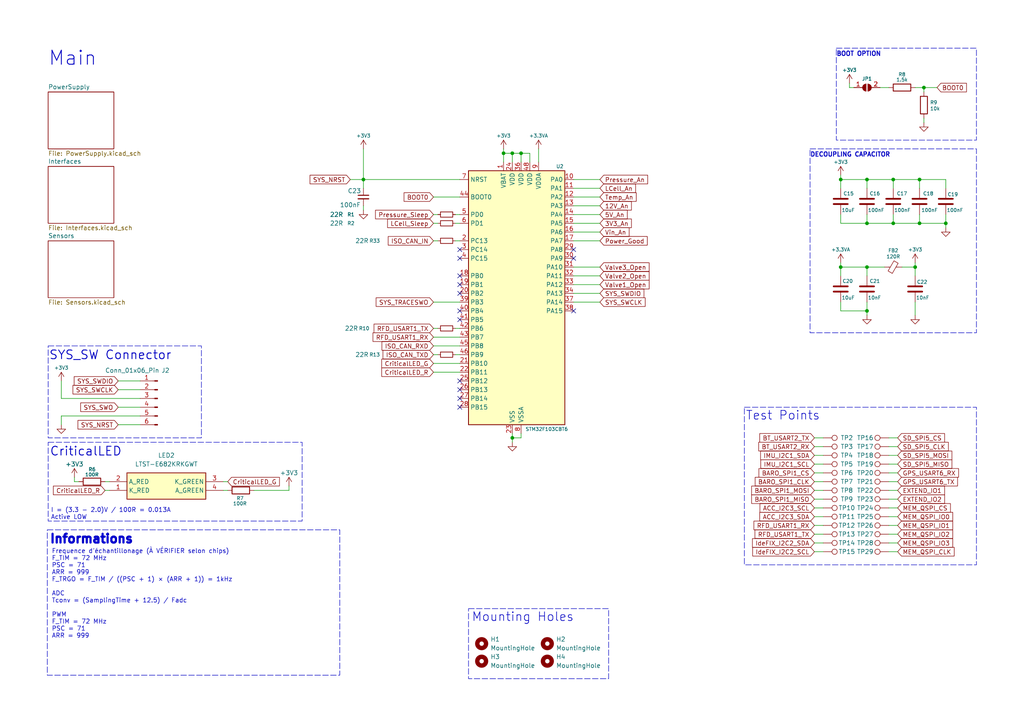
<source format=kicad_sch>
(kicad_sch (version 20250114) (generator "eeschema") (generator_version "9.0")
  (paper "A4")
  (lib_symbols
    (symbol "Connector:Conn_01x06_Pin" (pin_names (offset 1.016) (hide yes))
      (property "Reference" "J" (at 0 7.62 0))
      (property "Value" "Conn_01x06_Pin" (at 0 -10.16 0))
      (symbol "Conn_01x06_Pin_1_1"
        (rectangle (start 0.8636 5.207) (end 0 4.953) (stroke (width 0.1524)) (fill (type outline)))
        (rectangle (start 0.8636 2.667) (end 0 2.413) (stroke (width 0.1524)) (fill (type outline)))
        (rectangle (start 0.8636 0.127) (end 0 -0.127) (stroke (width 0.1524)) (fill (type outline)))
        (rectangle (start 0.8636 -2.413) (end 0 -2.667) (stroke (width 0.1524)) (fill (type outline)))
        (rectangle (start 0.8636 -4.953) (end 0 -5.207) (stroke (width 0.1524)) (fill (type outline)))
        (rectangle (start 0.8636 -7.493) (end 0 -7.747) (stroke (width 0.1524)) (fill (type outline)))
        (polyline (pts (xy 1.27 5.08) (xy 0.8636 5.08)) (stroke (width 0.1524)))
        (polyline (pts (xy 1.27 2.54) (xy 0.8636 2.54)) (stroke (width 0.1524)))
        (polyline (pts (xy 1.27 0) (xy 0.8636 0)) (stroke (width 0.1524)))
        (polyline (pts (xy 1.27 -2.54) (xy 0.8636 -2.54)) (stroke (width 0.1524)))
        (polyline (pts (xy 1.27 -5.08) (xy 0.8636 -5.08)) (stroke (width 0.1524)))
        (polyline (pts (xy 1.27 -7.62) (xy 0.8636 -7.62)) (stroke (width 0.1524)))
        (pin passive line (at 5.08 5.08 180) (length 3.81) (name "Pin_1") (number "1"))
        (pin passive line (at 5.08 2.54 180) (length 3.81) (name "Pin_2") (number "2"))
        (pin passive line (at 5.08 0 180) (length 3.81) (name "Pin_3") (number "3"))
        (pin passive line (at 5.08 -2.54 180) (length 3.81) (name "Pin_4") (number "4"))
        (pin passive line (at 5.08 -5.08 180) (length 3.81) (name "Pin_5") (number "5"))
        (pin passive line (at 5.08 -7.62 180) (length 3.81) (name "Pin_6") (number "6"))
      )
    )
    (symbol "Connector:TestPoint" (pin_numbers (hide yes)) (pin_names (offset 0.762) (hide yes))
      (property "Reference" "TP" (at 0 6.858 0))
      (property "Value" "TestPoint" (at 0 5.08 0))
      (symbol "TestPoint_0_1"
        (circle (center 0 3.302) (radius 0.762))
      )
      (symbol "TestPoint_1_1"
        (pin passive line (at 0 0 90) (length 2.54) (name "1") (number "1"))
      )
    )
    (symbol "Device:C" (pin_numbers (hide yes)) (pin_names (offset 0.254))
      (property "Reference" "C" (at 0.635 2.54 0))
      (property "Value" "C" (at 0.635 -2.54 0))
      (symbol "C_0_1"
        (polyline (pts (xy -2.032 0.762) (xy 2.032 0.762)) (stroke (width 0.508)))
        (polyline (pts (xy -2.032 -0.762) (xy 2.032 -0.762)) (stroke (width 0.508)))
      )
      (symbol "C_1_1"
        (pin passive line (at 0 3.81 270) (length 2.794) (name "~") (number "1"))
        (pin passive line (at 0 -3.81 90) (length 2.794) (name "~") (number "2"))
      )
    )
    (symbol "Device:C_Small" (pin_numbers (hide yes)) (pin_names (offset 0.254) (hide yes))
      (property "Reference" "C" (at 0.254 1.778 0))
      (property "Value" "C_Small" (at 0.254 -2.032 0))
      (symbol "C_Small_0_1"
        (polyline (pts (xy -1.524 0.508) (xy 1.524 0.508)) (stroke (width 0.3048)))
        (polyline (pts (xy -1.524 -0.508) (xy 1.524 -0.508)) (stroke (width 0.3302)))
      )
      (symbol "C_Small_1_1"
        (pin passive line (at 0 2.54 270) (length 2.032) (name "~") (number "1"))
        (pin passive line (at 0 -2.54 90) (length 2.032) (name "~") (number "2"))
      )
    )
    (symbol "Device:FerriteBead_Small" (pin_numbers (hide yes)) (pin_names (offset 0))
      (property "Reference" "FB" (at 1.905 1.27 0))
      (property "Value" "FerriteBead_Small" (at 1.905 -1.27 0))
      (symbol "FerriteBead_Small_0_1"
        (polyline (pts (xy -1.8288 0.2794) (xy -1.1176 1.4986) (xy 1.8288 -0.2032) (xy 1.1176 -1.4224) (xy -1.8288 0.2794)))
        (polyline (pts (xy 0 0.889) (xy 0 1.2954)))
        (polyline (pts (xy 0 -1.27) (xy 0 -0.7874)))
      )
      (symbol "FerriteBead_Small_1_1"
        (pin passive line (at 0 2.54 270) (length 1.27) (name "~") (number "1"))
        (pin passive line (at 0 -2.54 90) (length 1.27) (name "~") (number "2"))
      )
    )
    (symbol "Device:R" (pin_numbers (hide yes)) (pin_names (offset 0))
      (property "Reference" "R" (at 2.032 0 90))
      (property "Value" "R" (at 0 0 90))
      (symbol "R_0_1"
        (rectangle (start -1.016 -2.54) (end 1.016 2.54) (stroke (width 0.254)))
      )
      (symbol "R_1_1"
        (pin passive line (at 0 3.81 270) (length 1.27) (name "~") (number "1"))
        (pin passive line (at 0 -3.81 90) (length 1.27) (name "~") (number "2"))
      )
    )
    (symbol "Device:R_Small" (pin_numbers (hide yes)) (pin_names (offset 0.254) (hide yes))
      (property "Reference" "R" (at 0 0 90))
      (property "Value" "R_Small" (at 1.778 0 90))
      (symbol "R_Small_0_1"
        (rectangle (start -0.762 1.778) (end 0.762 -1.778) (stroke (width 0.2032)))
      )
      (symbol "R_Small_1_1"
        (pin passive line (at 0 2.54 270) (length 0.762) (name "~") (number "1"))
        (pin passive line (at 0 -2.54 90) (length 0.762) (name "~") (number "2"))
      )
    )
    (symbol "Jumper:SolderJumper_2_Open" (pin_names (offset 0) (hide yes))
      (property "Reference" "JP" (at 0 2.032 0))
      (property "Value" "SolderJumper_2_Open" (at 0 -2.54 0))
      (symbol "SolderJumper_2_Open_0_1"
        (polyline (pts (xy -0.254 1.016) (xy -0.254 -1.016)))
        (arc (start -0.254 -1.016) (mid -1.2656 0) (end -0.254 1.016))
        (arc (start -0.254 -1.016) (mid -1.2656 0) (end -0.254 1.016) (fill (type outline)))
        (arc (start 0.254 1.016) (mid 1.2656 0) (end 0.254 -1.016))
        (arc (start 0.254 1.016) (mid 1.2656 0) (end 0.254 -1.016) (fill (type outline)))
        (polyline (pts (xy 0.254 1.016) (xy 0.254 -1.016)))
      )
      (symbol "SolderJumper_2_Open_1_1"
        (pin passive line (at -3.81 0 0) (length 2.54) (name "A") (number "1"))
        (pin passive line (at 3.81 0 180) (length 2.54) (name "B") (number "2"))
      )
    )
    (symbol "MCU_ST_STM32F1:STM32F103C8Tx"
      (property "Reference" "U" (at -12.7 39.37 0))
      (property "Value" "STM32F103C8Tx" (at 10.16 39.37 0))
      (symbol "STM32F103C8Tx_0_1"
        (rectangle (start -12.7 -35.56) (end 15.24 38.1) (stroke (width 0.254)) (fill (type background)))
      )
      (symbol "STM32F103C8Tx_1_1"
        (pin input line (at -15.24 35.56 0) (length 2.54) (name "NRST") (number "7"))
        (pin input line (at -15.24 30.48 0) (length 2.54) (name "BOOT0") (number "44"))
        (pin bidirectional line (at -15.24 25.4 0) (length 2.54) (name "PD0") (number "5"))
        (pin bidirectional line (at -15.24 22.86 0) (length 2.54) (name "PD1") (number "6"))
        (pin bidirectional line (at -15.24 17.78 0) (length 2.54) (name "PC13") (number "2"))
        (pin bidirectional line (at -15.24 15.24 0) (length 2.54) (name "PC14") (number "3"))
        (pin bidirectional line (at -15.24 12.7 0) (length 2.54) (name "PC15") (number "4"))
        (pin bidirectional line (at -15.24 7.62 0) (length 2.54) (name "PB0") (number "18"))
        (pin bidirectional line (at -15.24 5.08 0) (length 2.54) (name "PB1") (number "19"))
        (pin bidirectional line (at -15.24 2.54 0) (length 2.54) (name "PB2") (number "20"))
        (pin bidirectional line (at -15.24 0 0) (length 2.54) (name "PB3") (number "39"))
        (pin bidirectional line (at -15.24 -2.54 0) (length 2.54) (name "PB4") (number "40"))
        (pin bidirectional line (at -15.24 -5.08 0) (length 2.54) (name "PB5") (number "41"))
        (pin bidirectional line (at -15.24 -7.62 0) (length 2.54) (name "PB6") (number "42"))
        (pin bidirectional line (at -15.24 -10.16 0) (length 2.54) (name "PB7") (number "43"))
        (pin bidirectional line (at -15.24 -12.7 0) (length 2.54) (name "PB8") (number "45"))
        (pin bidirectional line (at -15.24 -15.24 0) (length 2.54) (name "PB9") (number "46"))
        (pin bidirectional line (at -15.24 -17.78 0) (length 2.54) (name "PB10") (number "21"))
        (pin bidirectional line (at -15.24 -20.32 0) (length 2.54) (name "PB11") (number "22"))
        (pin bidirectional line (at -15.24 -22.86 0) (length 2.54) (name "PB12") (number "25"))
        (pin bidirectional line (at -15.24 -25.4 0) (length 2.54) (name "PB13") (number "26"))
        (pin bidirectional line (at -15.24 -27.94 0) (length 2.54) (name "PB14") (number "27"))
        (pin bidirectional line (at -15.24 -30.48 0) (length 2.54) (name "PB15") (number "28"))
        (pin power_in line (at -2.54 40.64 270) (length 2.54) (name "VBAT") (number "1"))
        (pin power_in line (at 0 40.64 270) (length 2.54) (name "VDD") (number "24"))
        (pin power_in line (at 0 -38.1 90) (length 2.54) (name "VSS") (number "23"))
        (pin passive line (at 0 -38.1 90) (length 2.54) (hide yes) (name "VSS") (number "35"))
        (pin passive line (at 0 -38.1 90) (length 2.54) (hide yes) (name "VSS") (number "47"))
        (pin power_in line (at 2.54 40.64 270) (length 2.54) (name "VDD") (number "36"))
        (pin power_in line (at 2.54 -38.1 90) (length 2.54) (name "VSSA") (number "8"))
        (pin power_in line (at 5.08 40.64 270) (length 2.54) (name "VDD") (number "48"))
        (pin power_in line (at 7.62 40.64 270) (length 2.54) (name "VDDA") (number "9"))
        (pin bidirectional line (at 17.78 35.56 180) (length 2.54) (name "PA0") (number "10"))
        (pin bidirectional line (at 17.78 33.02 180) (length 2.54) (name "PA1") (number "11"))
        (pin bidirectional line (at 17.78 30.48 180) (length 2.54) (name "PA2") (number "12"))
        (pin bidirectional line (at 17.78 27.94 180) (length 2.54) (name "PA3") (number "13"))
        (pin bidirectional line (at 17.78 25.4 180) (length 2.54) (name "PA4") (number "14"))
        (pin bidirectional line (at 17.78 22.86 180) (length 2.54) (name "PA5") (number "15"))
        (pin bidirectional line (at 17.78 20.32 180) (length 2.54) (name "PA6") (number "16"))
        (pin bidirectional line (at 17.78 17.78 180) (length 2.54) (name "PA7") (number "17"))
        (pin bidirectional line (at 17.78 15.24 180) (length 2.54) (name "PA8") (number "29"))
        (pin bidirectional line (at 17.78 12.7 180) (length 2.54) (name "PA9") (number "30"))
        (pin bidirectional line (at 17.78 10.16 180) (length 2.54) (name "PA10") (number "31"))
        (pin bidirectional line (at 17.78 7.62 180) (length 2.54) (name "PA11") (number "32"))
        (pin bidirectional line (at 17.78 5.08 180) (length 2.54) (name "PA12") (number "33"))
        (pin bidirectional line (at 17.78 2.54 180) (length 2.54) (name "PA13") (number "34"))
        (pin bidirectional line (at 17.78 0 180) (length 2.54) (name "PA14") (number "37"))
        (pin bidirectional line (at 17.78 -2.54 180) (length 2.54) (name "PA15") (number "38"))
      )
    )
    (symbol "Mechanical:MountingHole" (pin_names (offset 1.016)) (in_bom no)
      (property "Reference" "H" (at 0 5.08 0))
      (property "Value" "MountingHole" (at 0 3.175 0))
      (symbol "MountingHole_0_1"
        (circle (center 0 0) (radius 1.27) (stroke (width 1.27)))
      )
    )
    (symbol "PCB_GSE:LTST-E682KRKGWT"
      (property "Reference" "LED" (at 14.224 7.366 0))
      (property "Value" "LTST-E682KRKGWT" (at 8.128 4.826 0))
      (symbol "LTST-E682KRKGWT_1_1"
        (rectangle (start 5.08 2.54) (end 27.94 -5.08) (stroke (width 0.254)) (fill (type background)))
        (pin passive line (at 0 0 0) (length 5.08) (name "A_RED") (number "2"))
        (pin passive line (at 0 -2.54 0) (length 5.08) (name "K_RED") (number "1"))
        (pin passive line (at 33.02 0 180) (length 5.08) (name "K_GREEN") (number "3"))
        (pin passive line (at 33.02 -2.54 180) (length 5.08) (name "A_GREEN") (number "4"))
      )
    )
    (symbol "power:+3.3VA" (power) (pin_names (offset 0))
      (property "Value" "+3.3VA" (at 0 3.556 0))
      (symbol "+3.3VA_0_1"
        (polyline (pts (xy -0.762 1.27) (xy 0 2.54)))
        (polyline (pts (xy 0 2.54) (xy 0.762 1.27)))
        (polyline (pts (xy 0 0) (xy 0 2.54)))
      )
      (symbol "+3.3VA_1_1"
        (pin power_in line (at 0 0 90) (length 0) (hide yes) (name "+3.3VA") (number "1"))
      )
    )
    (symbol "power:+3V3" (power) (pin_names (offset 0))
      (property "Value" "+3V3" (at 0 3.556 0))
      (symbol "+3V3_0_1"
        (polyline (pts (xy -0.762 1.27) (xy 0 2.54)))
        (polyline (pts (xy 0 2.54) (xy 0.762 1.27)))
        (polyline (pts (xy 0 0) (xy 0 2.54)))
      )
      (symbol "+3V3_1_1"
        (pin power_in line (at 0 0 90) (length 0) (hide yes) (name "+3V3") (number "1"))
      )
    )
    (symbol "power:GND" (power) (pin_names (offset 0))
      (property "Value" "GND" (at 0 -3.81 0))
      (symbol "GND_0_1"
        (polyline (pts (xy 0 0) (xy 0 -1.27) (xy 1.27 -1.27) (xy 0 -2.54) (xy -1.27 -1.27) (xy 0 -1.27)))
      )
      (symbol "GND_1_1"
        (pin power_in line (at 0 0 270) (length 0) (hide yes) (name "GND") (number "1"))
      )
    )
  )
  (rectangle (start 13.97 100.33) (end 58.42 127) (stroke (width 0) (type dash)))
  (rectangle (start 234.95 43.18) (end 283.21 96.52) (stroke (width 0) (type dash)))
  (rectangle (start 242.57 13.97) (end 283.21 40.64) (stroke (width 0) (type dash)))
  (rectangle (start 13.97 128.27) (end 87.63 151.13) (stroke (width 0) (type dash)))
  (rectangle (start 135.89 176.53) (end 176.53 196.85) (stroke (width 0) (type dash)))
  (rectangle (start 215.9 118.11) (end 283.21 163.83) (stroke (width 0) (type dash)))
  (rectangle (start 13.716 153.67) (end 98.552 195.834) (stroke (width 0) (type dash)))
  (text "BOOT OPTION" (at 242.57 16.51 0) (effects (font (size 1.27 1.27) (thickness 0.254) (bold yes)) (justify left bottom)))
  (text "SYS_SW Connector" (at 32.004 103.124 0) (effects (font (size 2.54 2.54) (thickness 0.254) (bold yes))))
  (text "I = (3.3 - 2.0)V / 100R = 0.013A\nActive LOW" (at 14.732 149.098 0) (effects (font (size 1.27 1.27)) (justify left)))
  (text "CriticalLED" (at 24.892 131.064 0) (effects (font (size 2.54 2.54) (thickness 0.254) (bold yes))))
  (text "Test Points" (at 227.076 120.65 0) (effects (font (size 2.54 2.54) (thickness 0.1875))))
  (text "Informations" (at 14.224 156.464 0) (effects (font (size 2.54 2.54) (thickness 0.8) (bold yes)) (justify left)))
  (text "Main" (at 21.082 17.018 0) (effects (font (size 4.064 4.064) (thickness 0.254) (bold yes))))
  (text "DECOUPLING CAPACITOR" (at 234.95 45.72 0) (effects (font (size 1.27 1.27) (thickness 0.254) (bold yes)) (justify left bottom)))
  (text "Frequence d'échantillonage (À VÉRIFIER selon chips)\nF_TIM = 72 MHz\nPSC = 71\nARR = 999\nF_TRGO = F_TIM / ((PSC + 1) × (ARR + 1)) = 1kHz\n\nADC\nTconv = (SamplingTime + 12.5) / Fadc\n\nPWM\nF_TIM = 72 MHz\nPSC = 71\nARR = 999" (at 14.986 159.258 0) (effects (font (size 1.27 1.27)) (justify left top)))
  (text "Mounting Holes" (at 151.638 179.07 0) (effects (font (size 2.54 2.54) (thickness 0.1875))))
  (junction (at 251.46 64.77))
  (junction (at 251.46 52.07))
  (junction (at 243.84 52.07))
  (junction (at 259.08 64.77))
  (junction (at 151.13 44.45))
  (junction (at 266.7 64.77))
  (junction (at 243.84 77.47))
  (junction (at 148.59 44.45))
  (junction (at 146.05 44.45))
  (junction (at 266.7 52.07))
  (junction (at 105.41 52.07))
  (junction (at 267.97 25.4))
  (junction (at 251.46 90.17))
  (junction (at 259.08 52.07))
  (junction (at 274.32 64.77))
  (junction (at 251.46 77.47))
  (junction (at 148.59 127))
  (junction (at 265.43 77.47))
  (no_connect (at 133.35 80.01))
  (no_connect (at 133.35 110.49))
  (no_connect (at 133.35 92.71))
  (no_connect (at 133.35 72.39))
  (no_connect (at 166.37 90.17))
  (no_connect (at 133.35 90.17))
  (no_connect (at 166.37 74.93))
  (no_connect (at 133.35 115.57))
  (no_connect (at 133.35 113.03))
  (no_connect (at 133.35 85.09))
  (no_connect (at 133.35 118.11))
  (no_connect (at 133.35 74.93))
  (no_connect (at 133.35 82.55))
  (no_connect (at 166.37 72.39))
  (wire (pts (xy 257.81 144.78) (xy 260.35 144.78)))
  (wire (pts (xy 257.81 160.02) (xy 260.35 160.02)))
  (wire (pts (xy 251.46 87.63) (xy 251.46 90.17)))
  (wire (pts (xy 166.37 59.69) (xy 173.99 59.69)))
  (wire (pts (xy 148.59 44.45) (xy 146.05 44.45)))
  (wire (pts (xy 243.84 87.63) (xy 243.84 90.17)))
  (wire (pts (xy 132.08 69.85) (xy 133.35 69.85)))
  (wire (pts (xy 151.13 44.45) (xy 151.13 46.99)))
  (wire (pts (xy 105.41 43.18) (xy 105.41 52.07)))
  (wire (pts (xy 166.37 64.77) (xy 173.99 64.77)))
  (wire (pts (xy 267.97 25.4) (xy 271.78 25.4)))
  (wire (pts (xy 148.59 44.45) (xy 148.59 46.99)))
  (wire (pts (xy 156.21 43.18) (xy 156.21 46.99)))
  (wire (pts (xy 125.73 62.23) (xy 127 62.23)))
  (wire (pts (xy 255.27 25.4) (xy 257.81 25.4)))
  (wire (pts (xy 105.41 59.69) (xy 105.41 60.96)))
  (wire (pts (xy 267.97 26.67) (xy 267.97 25.4)))
  (wire (pts (xy 257.81 157.48) (xy 260.35 157.48)))
  (wire (pts (xy 257.81 139.7) (xy 260.35 139.7)))
  (wire (pts (xy 243.84 50.8) (xy 243.84 52.07)))
  (wire (pts (xy 257.81 152.4) (xy 260.35 152.4)))
  (wire (pts (xy 30.48 139.7) (xy 31.75 139.7)))
  (wire (pts (xy 101.6 52.07) (xy 105.41 52.07)))
  (wire (pts (xy 166.37 52.07) (xy 173.99 52.07)))
  (wire (pts (xy 166.37 67.31) (xy 173.99 67.31)))
  (wire (pts (xy 153.67 44.45) (xy 151.13 44.45)))
  (wire (pts (xy 146.05 43.18) (xy 146.05 44.45)))
  (wire (pts (xy 243.84 64.77) (xy 251.46 64.77)))
  (wire (pts (xy 243.84 76.2) (xy 243.84 77.47)))
  (wire (pts (xy 125.73 105.41) (xy 133.35 105.41)))
  (wire (pts (xy 238.76 127) (xy 236.22 127)))
  (wire (pts (xy 251.46 90.17) (xy 251.46 91.44)))
  (wire (pts (xy 238.76 134.62) (xy 236.22 134.62)))
  (wire (pts (xy 64.77 139.7) (xy 66.04 139.7)))
  (wire (pts (xy 166.37 77.47) (xy 173.99 77.47)))
  (wire (pts (xy 251.46 77.47) (xy 251.46 80.01)))
  (wire (pts (xy 257.81 129.54) (xy 260.35 129.54)))
  (wire (pts (xy 238.76 132.08) (xy 236.22 132.08)))
  (wire (pts (xy 243.84 90.17) (xy 251.46 90.17)))
  (wire (pts (xy 132.08 95.25) (xy 133.35 95.25)))
  (wire (pts (xy 257.81 132.08) (xy 260.35 132.08)))
  (wire (pts (xy 40.64 115.57) (xy 17.78 115.57)))
  (wire (pts (xy 125.73 57.15) (xy 133.35 57.15)))
  (wire (pts (xy 34.29 113.03) (xy 40.64 113.03)))
  (wire (pts (xy 259.08 64.77) (xy 266.7 64.77)))
  (wire (pts (xy 238.76 129.54) (xy 236.22 129.54)))
  (wire (pts (xy 40.64 120.65) (xy 17.78 120.65)))
  (wire (pts (xy 261.62 77.47) (xy 265.43 77.47)))
  (wire (pts (xy 151.13 125.73) (xy 151.13 127)))
  (wire (pts (xy 259.08 62.23) (xy 259.08 64.77)))
  (wire (pts (xy 259.08 52.07) (xy 259.08 54.61)))
  (wire (pts (xy 132.08 64.77) (xy 133.35 64.77)))
  (wire (pts (xy 105.41 52.07) (xy 105.41 54.61)))
  (wire (pts (xy 238.76 152.4) (xy 236.22 152.4)))
  (wire (pts (xy 125.73 102.87) (xy 127 102.87)))
  (wire (pts (xy 238.76 137.16) (xy 236.22 137.16)))
  (wire (pts (xy 246.38 25.4) (xy 246.38 24.13)))
  (wire (pts (xy 265.43 76.2) (xy 265.43 77.47)))
  (wire (pts (xy 265.43 87.63) (xy 265.43 91.44)))
  (wire (pts (xy 148.59 127) (xy 148.59 128.27)))
  (wire (pts (xy 259.08 52.07) (xy 251.46 52.07)))
  (wire (pts (xy 274.32 62.23) (xy 274.32 64.77)))
  (wire (pts (xy 153.67 46.99) (xy 153.67 44.45)))
  (wire (pts (xy 105.41 52.07) (xy 133.35 52.07)))
  (wire (pts (xy 265.43 77.47) (xy 265.43 80.01)))
  (wire (pts (xy 257.81 142.24) (xy 260.35 142.24)))
  (wire (pts (xy 251.46 64.77) (xy 259.08 64.77)))
  (wire (pts (xy 238.76 147.32) (xy 236.22 147.32)))
  (wire (pts (xy 238.76 160.02) (xy 236.22 160.02)))
  (wire (pts (xy 266.7 62.23) (xy 266.7 64.77)))
  (wire (pts (xy 166.37 57.15) (xy 173.99 57.15)))
  (wire (pts (xy 265.43 25.4) (xy 267.97 25.4)))
  (wire (pts (xy 166.37 82.55) (xy 173.99 82.55)))
  (wire (pts (xy 251.46 77.47) (xy 256.54 77.47)))
  (wire (pts (xy 83.82 140.97) (xy 83.82 142.24)))
  (wire (pts (xy 238.76 157.48) (xy 236.22 157.48)))
  (wire (pts (xy 267.97 35.56) (xy 267.97 34.29)))
  (wire (pts (xy 132.08 102.87) (xy 133.35 102.87)))
  (wire (pts (xy 257.81 154.94) (xy 260.35 154.94)))
  (wire (pts (xy 251.46 62.23) (xy 251.46 64.77)))
  (wire (pts (xy 166.37 80.01) (xy 173.99 80.01)))
  (wire (pts (xy 146.05 44.45) (xy 146.05 46.99)))
  (wire (pts (xy 266.7 52.07) (xy 259.08 52.07)))
  (wire (pts (xy 21.59 139.7) (xy 22.86 139.7)))
  (wire (pts (xy 243.84 62.23) (xy 243.84 64.77)))
  (wire (pts (xy 166.37 62.23) (xy 173.99 62.23)))
  (wire (pts (xy 34.29 110.49) (xy 40.64 110.49)))
  (wire (pts (xy 132.08 62.23) (xy 133.35 62.23)))
  (wire (pts (xy 166.37 54.61) (xy 173.99 54.61)))
  (wire (pts (xy 17.78 115.57) (xy 17.78 110.49)))
  (wire (pts (xy 21.59 138.43) (xy 21.59 139.7)))
  (wire (pts (xy 125.73 69.85) (xy 127 69.85)))
  (wire (pts (xy 125.73 64.77) (xy 127 64.77)))
  (wire (pts (xy 251.46 77.47) (xy 243.84 77.47)))
  (wire (pts (xy 238.76 139.7) (xy 236.22 139.7)))
  (wire (pts (xy 64.77 142.24) (xy 66.04 142.24)))
  (wire (pts (xy 125.73 97.79) (xy 133.35 97.79)))
  (wire (pts (xy 247.65 25.4) (xy 246.38 25.4)))
  (wire (pts (xy 148.59 125.73) (xy 148.59 127)))
  (wire (pts (xy 238.76 154.94) (xy 236.22 154.94)))
  (wire (pts (xy 125.73 107.95) (xy 133.35 107.95)))
  (wire (pts (xy 34.29 118.11) (xy 40.64 118.11)))
  (wire (pts (xy 17.78 120.65) (xy 17.78 123.19)))
  (wire (pts (xy 125.73 100.33) (xy 133.35 100.33)))
  (wire (pts (xy 166.37 87.63) (xy 173.99 87.63)))
  (wire (pts (xy 274.32 52.07) (xy 266.7 52.07)))
  (wire (pts (xy 257.81 127) (xy 260.35 127)))
  (wire (pts (xy 257.81 137.16) (xy 260.35 137.16)))
  (wire (pts (xy 257.81 149.86) (xy 260.35 149.86)))
  (wire (pts (xy 151.13 44.45) (xy 148.59 44.45)))
  (wire (pts (xy 257.81 147.32) (xy 260.35 147.32)))
  (wire (pts (xy 34.29 123.19) (xy 40.64 123.19)))
  (wire (pts (xy 257.81 134.62) (xy 260.35 134.62)))
  (wire (pts (xy 125.73 95.25) (xy 127 95.25)))
  (wire (pts (xy 238.76 142.24) (xy 236.22 142.24)))
  (wire (pts (xy 148.59 127) (xy 151.13 127)))
  (wire (pts (xy 166.37 69.85) (xy 173.99 69.85)))
  (wire (pts (xy 251.46 52.07) (xy 251.46 54.61)))
  (wire (pts (xy 243.84 77.47) (xy 243.84 80.01)))
  (wire (pts (xy 30.48 142.24) (xy 31.75 142.24)))
  (wire (pts (xy 73.66 142.24) (xy 83.82 142.24)))
  (wire (pts (xy 238.76 149.86) (xy 236.22 149.86)))
  (wire (pts (xy 166.37 85.09) (xy 173.99 85.09)))
  (wire (pts (xy 251.46 52.07) (xy 243.84 52.07)))
  (wire (pts (xy 266.7 52.07) (xy 266.7 54.61)))
  (wire (pts (xy 238.76 144.78) (xy 236.22 144.78)))
  (wire (pts (xy 274.32 54.61) (xy 274.32 52.07)))
  (wire (pts (xy 243.84 52.07) (xy 243.84 54.61)))
  (wire (pts (xy 274.32 64.77) (xy 274.32 66.04)))
  (wire (pts (xy 125.73 87.63) (xy 133.35 87.63)))
  (wire (pts (xy 266.7 64.77) (xy 274.32 64.77)))
  (global_label "ISO_CAN_IN" (shape input) (at 125.73 69.85 180) (property "Intersheetrefs" "${INTERSHEET_REFS}" (effects (hide yes))))
  (global_label "Pressure_Sleep" (shape input) (at 125.73 62.23 180) (property "Intersheetrefs" "${INTERSHEET_REFS}" (effects (hide yes))))
  (global_label "Power_Good" (shape input) (at 173.99 69.85 0) (effects (font (thickness 0.1588))) (property "Intersheetrefs" "${INTERSHEET_REFS}" (effects (hide yes))))
  (global_label "MEM_QSPI_IO0" (shape input) (at 260.35 149.86 0) (property "Intersheetrefs" "${INTERSHEET_REFS}" (effects (hide yes))))
  (global_label "IdeFIX_I2C2_SDA" (shape input) (at 236.22 157.48 180) (property "Intersheetrefs" "${INTERSHEET_REFS}" (effects (hide yes))))
  (global_label "ISO_CAN_RXD" (shape input) (at 125.73 100.33 180) (property "Intersheetrefs" "${INTERSHEET_REFS}" (effects (hide yes))))
  (global_label "SD_SPI5_MOSI" (shape input) (at 260.35 132.08 0) (property "Intersheetrefs" "${INTERSHEET_REFS}" (effects (hide yes))))
  (global_label "EXTEND_IO1" (shape input) (at 260.35 142.24 0) (property "Intersheetrefs" "${INTERSHEET_REFS}" (effects (hide yes))))
  (global_label "MEM_QSPI_IO3" (shape input) (at 260.35 157.48 0) (property "Intersheetrefs" "${INTERSHEET_REFS}" (effects (hide yes))))
  (global_label "Temp_An" (shape input) (at 173.99 57.15 0) (property "Intersheetrefs" "${INTERSHEET_REFS}" (effects (hide yes))))
  (global_label "RFD_USART1_TX" (shape input) (at 236.22 154.94 180) (property "Intersheetrefs" "${INTERSHEET_REFS}" (effects (hide yes))))
  (global_label "IdeFIX_I2C2_SCL" (shape input) (at 236.22 160.02 180) (property "Intersheetrefs" "${INTERSHEET_REFS}" (effects (hide yes))))
  (global_label "SYS_SWO" (shape input) (at 34.29 118.11 180) (effects (font (thickness 0.1588))) (property "Intersheetrefs" "${INTERSHEET_REFS}" (effects (hide yes))))
  (global_label "5V_An" (shape input) (at 173.99 62.23 0) (property "Intersheetrefs" "${INTERSHEET_REFS}" (effects (hide yes))))
  (global_label "BARO_SPI1_MISO" (shape input) (at 236.22 144.78 180) (property "Intersheetrefs" "${INTERSHEET_REFS}" (effects (hide yes))))
  (global_label "SYS_TRACESWO" (shape input) (at 125.73 87.63 180) (property "Intersheetrefs" "${INTERSHEET_REFS}" (effects (hide yes))))
  (global_label "LCell_Sleep" (shape input) (at 125.73 64.77 180) (property "Intersheetrefs" "${INTERSHEET_REFS}" (effects (hide yes))))
  (global_label "SD_SPI5_CS" (shape input) (at 260.35 127 0) (property "Intersheetrefs" "${INTERSHEET_REFS}" (effects (hide yes))))
  (global_label "RFD_USART1_TX" (shape input) (at 125.73 95.25 180) (property "Intersheetrefs" "${INTERSHEET_REFS}" (effects (hide yes))))
  (global_label "BOOT0" (shape input) (at 271.78 25.4 0) (property "Intersheetrefs" "${INTERSHEET_REFS}" (effects (hide yes))))
  (global_label "CriticalLED_R" (shape input) (at 125.73 107.95 180) (property "Intersheetrefs" "${INTERSHEET_REFS}" (effects (hide yes))))
  (global_label "CriticalLED_R" (shape input) (at 30.48 142.24 180) (property "Intersheetrefs" "${INTERSHEET_REFS}" (effects (hide yes))))
  (global_label "BT_USART2_RX" (shape input) (at 236.22 129.54 180) (property "Intersheetrefs" "${INTERSHEET_REFS}" (effects (hide yes))))
  (global_label "RFD_USART1_RX" (shape input) (at 125.73 97.79 180) (property "Intersheetrefs" "${INTERSHEET_REFS}" (effects (hide yes))))
  (global_label "SD_SPI5_MISO" (shape input) (at 260.35 134.62 0) (property "Intersheetrefs" "${INTERSHEET_REFS}" (effects (hide yes))))
  (global_label "SYS_SWDIO" (shape input) (at 34.29 110.49 180) (effects (font (thickness 0.1588))) (property "Intersheetrefs" "${INTERSHEET_REFS}" (effects (hide yes))))
  (global_label "SD_SPI5_CLK" (shape input) (at 260.35 129.54 0) (property "Intersheetrefs" "${INTERSHEET_REFS}" (effects (hide yes))))
  (global_label "Valve2_Open" (shape input) (at 173.99 80.01 0) (effects (font (thickness 0.1588))) (property "Intersheetrefs" "${INTERSHEET_REFS}" (effects (hide yes))))
  (global_label "ACC_I2C3_SDA" (shape input) (at 236.22 149.86 180) (property "Intersheetrefs" "${INTERSHEET_REFS}" (effects (hide yes))))
  (global_label "12V_An" (shape input) (at 173.99 59.69 0) (property "Intersheetrefs" "${INTERSHEET_REFS}" (effects (hide yes))))
  (global_label "BARO_SPI1_CS" (shape input) (at 236.22 137.16 180) (property "Intersheetrefs" "${INTERSHEET_REFS}" (effects (hide yes))))
  (global_label "EXTEND_IO2" (shape input) (at 260.35 144.78 0) (property "Intersheetrefs" "${INTERSHEET_REFS}" (effects (hide yes))))
  (global_label "MEM_QSPI_IO2" (shape input) (at 260.35 154.94 0) (property "Intersheetrefs" "${INTERSHEET_REFS}" (effects (hide yes))))
  (global_label "MEM_QSPI_IO1" (shape input) (at 260.35 152.4 0) (property "Intersheetrefs" "${INTERSHEET_REFS}" (effects (hide yes))))
  (global_label "Pressure_An" (shape input) (at 173.99 52.07 0) (property "Intersheetrefs" "${INTERSHEET_REFS}" (effects (hide yes))))
  (global_label "SYS_NRST" (shape input) (at 34.29 123.19 180) (effects (font (thickness 0.1588))) (property "Intersheetrefs" "${INTERSHEET_REFS}" (effects (hide yes))))
  (global_label "SYS_SWCLK" (shape input) (at 34.29 113.03 180) (effects (font (thickness 0.1588))) (property "Intersheetrefs" "${INTERSHEET_REFS}" (effects (hide yes))))
  (global_label "ACC_I2C3_SCL" (shape input) (at 236.22 147.32 180) (property "Intersheetrefs" "${INTERSHEET_REFS}" (effects (hide yes))))
  (global_label "SYS_SWDIO" (shape input) (at 173.99 85.09 0) (property "Intersheetrefs" "${INTERSHEET_REFS}" (effects (hide yes))))
  (global_label "SYS_SWCLK" (shape input) (at 173.99 87.63 0) (property "Intersheetrefs" "${INTERSHEET_REFS}" (effects (hide yes))))
  (global_label "IMU_I2C1_SDA" (shape input) (at 236.22 132.08 180) (property "Intersheetrefs" "${INTERSHEET_REFS}" (effects (hide yes))))
  (global_label "Vin_An" (shape input) (at 173.99 67.31 0) (property "Intersheetrefs" "${INTERSHEET_REFS}" (effects (hide yes))))
  (global_label "CriticalLED_G" (shape input) (at 66.04 139.7 0) (property "Intersheetrefs" "${INTERSHEET_REFS}" (effects (hide yes))))
  (global_label "LCell_An" (shape input) (at 173.99 54.61 0) (property "Intersheetrefs" "${INTERSHEET_REFS}" (effects (hide yes))))
  (global_label "Valve1_Open" (shape input) (at 173.99 82.55 0) (effects (font (thickness 0.1588))) (property "Intersheetrefs" "${INTERSHEET_REFS}" (effects (hide yes))))
  (global_label "IMU_I2C1_SCL" (shape input) (at 236.22 134.62 180) (property "Intersheetrefs" "${INTERSHEET_REFS}" (effects (hide yes))))
  (global_label "RFD_USART1_RX" (shape input) (at 236.22 152.4 180) (property "Intersheetrefs" "${INTERSHEET_REFS}" (effects (hide yes))))
  (global_label "GPS_USART6_TX" (shape input) (at 260.35 139.7 0) (property "Intersheetrefs" "${INTERSHEET_REFS}" (effects (hide yes))))
  (global_label "MEM_QSPI_CLK" (shape input) (at 260.35 160.02 0) (property "Intersheetrefs" "${INTERSHEET_REFS}" (effects (hide yes))))
  (global_label "Valve3_Open" (shape input) (at 173.99 77.47 0) (effects (font (thickness 0.1588))) (property "Intersheetrefs" "${INTERSHEET_REFS}" (effects (hide yes))))
  (global_label "BT_USART2_TX" (shape input) (at 236.22 127 180) (property "Intersheetrefs" "${INTERSHEET_REFS}" (effects (hide yes))))
  (global_label "BOOT0" (shape input) (at 125.73 57.15 180) (property "Intersheetrefs" "${INTERSHEET_REFS}" (effects (hide yes))))
  (global_label "GPS_USART6_RX" (shape input) (at 260.35 137.16 0) (property "Intersheetrefs" "${INTERSHEET_REFS}" (effects (hide yes))))
  (global_label "3V3_An" (shape input) (at 173.99 64.77 0) (property "Intersheetrefs" "${INTERSHEET_REFS}" (effects (hide yes))))
  (global_label "BARO_SPI1_MOSI" (shape input) (at 236.22 142.24 180) (property "Intersheetrefs" "${INTERSHEET_REFS}" (effects (hide yes))))
  (global_label "SYS_NRST" (shape input) (at 101.6 52.07 180) (effects (font (thickness 0.1588))) (property "Intersheetrefs" "${INTERSHEET_REFS}" (effects (hide yes))))
  (global_label "CriticalLED_G" (shape input) (at 125.73 105.41 180) (property "Intersheetrefs" "${INTERSHEET_REFS}" (effects (hide yes))))
  (global_label "BARO_SPI1_CLK" (shape input) (at 236.22 139.7 180) (property "Intersheetrefs" "${INTERSHEET_REFS}" (effects (hide yes))))
  (global_label "MEM_QSPI_CS" (shape input) (at 260.35 147.32 0) (property "Intersheetrefs" "${INTERSHEET_REFS}" (effects (hide yes))))
  (global_label "ISO_CAN_TXD" (shape input) (at 125.73 102.87 180) (property "Intersheetrefs" "${INTERSHEET_REFS}" (effects (hide yes))))
  (symbol (lib_id "Connector:TestPoint") (at 238.76 139.7 270) (mirror x) (unit 1)
    (property "Reference" "TP7" (at 245.618 139.7 90))
    (property "Value" "TestPoint" (effects (hide yes)))
    (property "Footprint" "TestPoint:TestPoint_Pad_D1.0mm" (effects (hide yes)))
    (property "Description" "test point" (effects (hide yes)))
  )
  (symbol (lib_id "Device:R") (at 69.85 142.24 90) (unit 1)
    (property "Reference" "R7" (at 68.58 144.526 90) (effects (font (size 1 1)) (justify right)))
    (property "Value" "100R" (at 67.564 146.05 90) (effects (font (size 1 1)) (justify right)))
    (property "Footprint" "Resistor_SMD:R_0805_2012Metric" (effects (hide yes)))
  )
  (symbol (lib_id "Device:R_Small") (at 129.54 62.23 90) (unit 1)
    (property "Reference" "R1" (at 102.87 62.23 90) (effects (font (size 1.016 1.016)) (justify left)))
    (property "Value" "22R" (at 99.568 62.23 90) (effects (justify left)))
    (property "Footprint" "Resistor_SMD:R_0603_1608Metric" (effects (hide yes)))
    (property "Description" "Resistor, small symbol" (effects (hide yes)))
  )
  (symbol (lib_id "Device:C") (at 259.08 58.42 180) (unit 1)
    (property "Reference" "C17" (at 261.62 56.134 0) (effects (font (size 1 1))))
    (property "Value" "100nF" (at 259.334 60.96 0) (effects (font (size 1 1)) (justify right)))
    (property "Footprint" "Capacitor_SMD:C_0805_2012Metric" (effects (hide yes)))
  )
  (symbol (lib_id "Mechanical:MountingHole") (at 139.7 186.69 0) (unit 1) (in_bom no)
    (property "Reference" "H1" (at 142.24 185.4199 0) (effects (justify left)))
    (property "Value" "MountingHole" (at 142.24 187.9599 0) (effects (justify left)))
    (property "Footprint" "MountingHole:MountingHole_4.3mm_M4" (effects (hide yes)))
    (property "Description" "Mounting Hole without connection" (effects (hide yes)))
  )
  (symbol (lib_id "Connector:TestPoint") (at 238.76 144.78 270) (mirror x) (unit 1)
    (property "Reference" "TP9" (at 245.618 144.78 90))
    (property "Value" "TestPoint" (effects (hide yes)))
    (property "Footprint" "TestPoint:TestPoint_Pad_D1.0mm" (effects (hide yes)))
    (property "Description" "test point" (effects (hide yes)))
  )
  (symbol (lib_id "Device:C") (at 251.46 83.82 180) (unit 1)
    (property "Reference" "C21" (at 253.746 81.534 0) (effects (font (size 1 1))))
    (property "Value" "10nF" (at 251.714 86.36 0) (effects (font (size 1 1)) (justify right)))
    (property "Footprint" "Capacitor_SMD:C_0603_1608Metric" (effects (hide yes)))
  )
  (symbol (lib_id "power:+3V3") (at 105.41 43.18 0) (unit 1)
    (property "Reference" "#PWR035" (effects (hide yes)))
    (property "Value" "+3V3" (at 105.41 39.37 0) (effects (font (size 1 1))))
  )
  (symbol (lib_id "Connector:Conn_01x06_Pin") (at 45.72 115.57 0) (mirror y) (unit 1)
    (property "Reference" "J2" (at 48.006 107.442 0))
    (property "Value" "Conn_01x06_Pin" (at 38.354 107.442 0))
    (property "Footprint" "Connector_PinHeader_2.54mm:PinHeader_1x06_P2.54mm_Vertical" (effects (hide yes)))
    (property "Description" "Generic connector, single row, 01x06, script generated" (effects (hide yes)))
  )
  (symbol (lib_id "Connector:TestPoint") (at 257.81 152.4 90) (unit 1)
    (property "Reference" "TP26" (at 250.952 152.4 90))
    (property "Value" "TestPoint" (effects (hide yes)))
    (property "Footprint" "TestPoint:TestPoint_Pad_D1.0mm" (effects (hide yes)))
    (property "Description" "test point" (effects (hide yes)))
  )
  (symbol (lib_id "Connector:TestPoint") (at 238.76 147.32 270) (mirror x) (unit 1)
    (property "Reference" "TP10" (at 245.618 147.32 90))
    (property "Value" "TestPoint" (effects (hide yes)))
    (property "Footprint" "TestPoint:TestPoint_Pad_D1.0mm" (effects (hide yes)))
    (property "Description" "test point" (effects (hide yes)))
  )
  (symbol (lib_id "MCU_ST_STM32F1:STM32F103C8Tx") (at 148.59 87.63 0) (unit 1)
    (property "Reference" "U2" (at 161.29 48.26 0) (effects (font (size 1 1)) (justify left)))
    (property "Value" "STM32F103CBT6" (at 152.4 124.46 0) (effects (font (size 1 1)) (justify left)))
    (property "Footprint" "Package_QFP:LQFP-48_7x7mm_P0.5mm" (effects (hide yes)))
    (property "Datasheet" "https://www.st.com/resource/en/datasheet/stm32f103c8.pdf" (effects (hide yes)))
  )
  (symbol (lib_id "Connector:TestPoint") (at 257.81 132.08 90) (unit 1)
    (property "Reference" "TP18" (at 250.952 132.08 90))
    (property "Value" "TestPoint" (effects (hide yes)))
    (property "Footprint" "TestPoint:TestPoint_Pad_D1.0mm" (effects (hide yes)))
    (property "Description" "test point" (effects (hide yes)))
  )
  (symbol (lib_id "power:+3.3VA") (at 156.21 43.18 0) (unit 1)
    (property "Reference" "#PWR052" (effects (hide yes)))
    (property "Value" "+3.3VA" (at 156.21 39.37 0) (effects (font (size 1 1))))
  )
  (symbol (lib_id "Connector:TestPoint") (at 257.81 157.48 90) (unit 1)
    (property "Reference" "TP28" (at 250.952 157.48 90))
    (property "Value" "TestPoint" (effects (hide yes)))
    (property "Footprint" "TestPoint:TestPoint_Pad_D1.0mm" (effects (hide yes)))
    (property "Description" "test point" (effects (hide yes)))
  )
  (symbol (lib_id "Device:R_Small") (at 129.54 95.25 90) (unit 1)
    (property "Reference" "R10" (at 107.188 95.25 90) (effects (font (size 1.016 1.016)) (justify left)))
    (property "Value" "22R" (at 103.886 95.25 90) (effects (justify left)))
    (property "Footprint" "Resistor_SMD:R_0603_1608Metric" (effects (hide yes)))
    (property "Description" "Resistor, small symbol" (effects (hide yes)))
  )
  (symbol (lib_id "power:+3V3") (at 243.84 50.8 0) (unit 1)
    (property "Reference" "#PWR053" (effects (hide yes)))
    (property "Value" "+3V3" (at 243.84 46.99 0) (effects (font (size 1 1))))
  )
  (symbol (lib_id "Connector:TestPoint") (at 257.81 134.62 90) (unit 1)
    (property "Reference" "TP19" (at 250.952 134.62 90))
    (property "Value" "TestPoint" (effects (hide yes)))
    (property "Footprint" "TestPoint:TestPoint_Pad_D1.0mm" (effects (hide yes)))
    (property "Description" "test point" (effects (hide yes)))
  )
  (symbol (lib_id "Connector:TestPoint") (at 257.81 149.86 90) (unit 1)
    (property "Reference" "TP25" (at 250.952 149.86 90))
    (property "Value" "TestPoint" (effects (hide yes)))
    (property "Footprint" "TestPoint:TestPoint_Pad_D1.0mm" (effects (hide yes)))
    (property "Description" "test point" (effects (hide yes)))
  )
  (symbol (lib_id "Connector:TestPoint") (at 238.76 149.86 270) (mirror x) (unit 1)
    (property "Reference" "TP11" (at 245.618 149.86 90))
    (property "Value" "TestPoint" (effects (hide yes)))
    (property "Footprint" "TestPoint:TestPoint_Pad_D1.0mm" (effects (hide yes)))
    (property "Description" "test point" (effects (hide yes)))
  )
  (symbol (lib_id "power:+3V3") (at 246.38 24.13 0) (unit 1)
    (property "Reference" "#PWR023" (effects (hide yes)))
    (property "Value" "+3V3" (at 246.38 20.32 0) (effects (font (size 1 1))))
  )
  (symbol (lib_id "Connector:TestPoint") (at 238.76 127 270) (mirror x) (unit 1)
    (property "Reference" "TP2" (at 245.618 127 90))
    (property "Value" "TestPoint" (effects (hide yes)))
    (property "Footprint" "TestPoint:TestPoint_Pad_D1.0mm" (effects (hide yes)))
    (property "Description" "test point" (effects (hide yes)))
  )
  (symbol (lib_id "power:+3V3") (at 17.78 110.49 0) (unit 1)
    (property "Reference" "#PWR046" (effects (hide yes)))
    (property "Value" "+3V3" (at 17.78 106.68 0) (effects (font (size 1 1))))
  )
  (symbol (lib_id "Device:R_Small") (at 129.54 69.85 90) (unit 1)
    (property "Reference" "R33" (at 110.236 69.85 90) (effects (font (size 1.016 1.016)) (justify left)))
    (property "Value" "22R" (at 106.934 69.85 90) (effects (justify left)))
    (property "Footprint" "Resistor_SMD:R_0603_1608Metric" (effects (hide yes)))
    (property "Description" "Resistor, small symbol" (effects (hide yes)))
  )
  (symbol (lib_id "Device:R") (at 261.62 25.4 270) (unit 1)
    (property "Reference" "R8" (at 261.62 21.59 90) (effects (font (size 1 1))))
    (property "Value" "1.5k" (at 261.62 23.114 90) (effects (font (size 1 1))))
    (property "Footprint" "Resistor_SMD:R_0603_1608Metric" (effects (hide yes)))
  )
  (symbol (lib_id "Connector:TestPoint") (at 238.76 137.16 270) (mirror x) (unit 1)
    (property "Reference" "TP6" (at 245.618 137.16 90))
    (property "Value" "TestPoint" (effects (hide yes)))
    (property "Footprint" "TestPoint:TestPoint_Pad_D1.0mm" (effects (hide yes)))
    (property "Description" "test point" (effects (hide yes)))
  )
  (symbol (lib_id "Device:C") (at 265.43 83.82 180) (unit 1)
    (property "Reference" "C22" (at 267.462 81.788 0) (effects (font (size 1 1))))
    (property "Value" "10nF" (at 265.684 86.36 0) (effects (font (size 1 1)) (justify right)))
    (property "Footprint" "Capacitor_SMD:C_0603_1608Metric" (effects (hide yes)))
  )
  (symbol (lib_id "Device:C") (at 266.7 58.42 180) (unit 1)
    (property "Reference" "C18" (at 269.24 56.134 0) (effects (font (size 1 1))))
    (property "Value" "100nF" (at 267.208 60.96 0) (effects (font (size 1 1)) (justify right)))
    (property "Footprint" "Capacitor_SMD:C_0805_2012Metric" (effects (hide yes)))
  )
  (symbol (lib_id "Connector:TestPoint") (at 238.76 160.02 270) (mirror x) (unit 1)
    (property "Reference" "TP15" (at 245.618 160.02 90))
    (property "Value" "TestPoint" (effects (hide yes)))
    (property "Footprint" "TestPoint:TestPoint_Pad_D1.0mm" (effects (hide yes)))
    (property "Description" "test point" (effects (hide yes)))
  )
  (symbol (lib_id "power:GND") (at 105.41 60.96 0) (unit 1)
    (property "Reference" "#PWR036" (effects (hide yes)))
    (property "Value" "GND" (effects (hide yes)))
  )
  (symbol (lib_id "Connector:TestPoint") (at 238.76 134.62 270) (mirror x) (unit 1)
    (property "Reference" "TP5" (at 245.618 134.62 90))
    (property "Value" "TestPoint" (effects (hide yes)))
    (property "Footprint" "TestPoint:TestPoint_Pad_D1.0mm" (effects (hide yes)))
    (property "Description" "test point" (effects (hide yes)))
  )
  (symbol (lib_id "power:+3V3") (at 146.05 43.18 0) (unit 1)
    (property "Reference" "#PWR051" (effects (hide yes)))
    (property "Value" "+3V3" (at 146.05 39.37 0) (effects (font (size 1 1))))
  )
  (symbol (lib_id "power:GND") (at 251.46 91.44 0) (unit 1)
    (property "Reference" "#PWR056" (effects (hide yes)))
    (property "Value" "GND" (effects (hide yes)))
  )
  (symbol (lib_id "Device:C_Small") (at 105.41 57.15 0) (unit 1)
    (property "Reference" "C23" (at 100.838 55.372 0) (effects (justify left)))
    (property "Value" "100nF" (at 98.552 59.436 0) (effects (justify left)))
    (property "Footprint" "Capacitor_SMD:C_0805_2012Metric" (effects (hide yes)))
    (property "Description" "Unpolarized capacitor, small symbol" (effects (hide yes)))
  )
  (symbol (lib_id "Mechanical:MountingHole") (at 158.75 186.69 0) (unit 1) (in_bom no)
    (property "Reference" "H2" (at 161.29 185.4199 0) (effects (justify left)))
    (property "Value" "MountingHole" (at 161.29 187.9599 0) (effects (justify left)))
    (property "Footprint" "MountingHole:MountingHole_4.3mm_M4" (effects (hide yes)))
    (property "Description" "Mounting Hole without connection" (effects (hide yes)))
  )
  (symbol (lib_id "Device:FerriteBead_Small") (at 259.08 77.47 90) (unit 1)
    (property "Reference" "FB2" (at 259.08 72.644 90) (effects (font (size 1 1))))
    (property "Value" "120R" (at 259.08 74.422 90) (effects (font (size 1 1))))
    (property "Footprint" "Inductor_SMD:L_0805_2012Metric" (effects (hide yes)))
  )
  (symbol (lib_id "Connector:TestPoint") (at 257.81 144.78 90) (unit 1)
    (property "Reference" "TP23" (at 250.952 144.78 90))
    (property "Value" "TestPoint" (effects (hide yes)))
    (property "Footprint" "TestPoint:TestPoint_Pad_D1.0mm" (effects (hide yes)))
    (property "Description" "test point" (effects (hide yes)))
  )
  (symbol (lib_id "Connector:TestPoint") (at 238.76 152.4 270) (mirror x) (unit 1)
    (property "Reference" "TP12" (at 245.618 152.4 90))
    (property "Value" "TestPoint" (effects (hide yes)))
    (property "Footprint" "TestPoint:TestPoint_Pad_D1.0mm" (effects (hide yes)))
    (property "Description" "test point" (effects (hide yes)))
  )
  (symbol (lib_id "Device:C") (at 274.32 58.42 180) (unit 1)
    (property "Reference" "C19" (at 276.352 56.388 0) (effects (font (size 1 1))))
    (property "Value" "100nF" (at 274.574 60.96 0) (effects (font (size 1 1)) (justify right)))
    (property "Footprint" "Capacitor_SMD:C_0805_2012Metric" (effects (hide yes)))
  )
  (symbol (lib_id "Connector:TestPoint") (at 257.81 142.24 90) (unit 1)
    (property "Reference" "TP22" (at 250.952 142.24 90))
    (property "Value" "TestPoint" (effects (hide yes)))
    (property "Footprint" "TestPoint:TestPoint_Pad_D1.0mm" (effects (hide yes)))
    (property "Description" "test point" (effects (hide yes)))
  )
  (symbol (lib_id "power:GND") (at 267.97 35.56 0) (unit 1)
    (property "Reference" "#PWR022" (effects (hide yes)))
    (property "Value" "GND" (effects (hide yes)))
  )
  (symbol (lib_id "Connector:TestPoint") (at 238.76 154.94 270) (mirror x) (unit 1)
    (property "Reference" "TP13" (at 245.618 154.94 90))
    (property "Value" "TestPoint" (effects (hide yes)))
    (property "Footprint" "TestPoint:TestPoint_Pad_D1.0mm" (effects (hide yes)))
    (property "Description" "test point" (effects (hide yes)))
  )
  (symbol (lib_id "Mechanical:MountingHole") (at 158.75 191.77 0) (unit 1) (in_bom no)
    (property "Reference" "H4" (at 161.29 190.4999 0) (effects (justify left)))
    (property "Value" "MountingHole" (at 161.29 193.0399 0) (effects (justify left)))
    (property "Footprint" "MountingHole:MountingHole_4.3mm_M4" (effects (hide yes)))
    (property "Description" "Mounting Hole without connection" (effects (hide yes)))
  )
  (symbol (lib_id "Connector:TestPoint") (at 257.81 147.32 90) (unit 1)
    (property "Reference" "TP24" (at 250.952 147.32 90))
    (property "Value" "TestPoint" (effects (hide yes)))
    (property "Footprint" "TestPoint:TestPoint_Pad_D1.0mm" (effects (hide yes)))
    (property "Description" "test point" (effects (hide yes)))
  )
  (symbol (lib_id "Device:R_Small") (at 129.54 64.77 90) (unit 1)
    (property "Reference" "R2" (at 102.87 64.77 90) (effects (font (size 1.016 1.016)) (justify left)))
    (property "Value" "22R" (at 99.568 64.77 90) (effects (justify left)))
    (property "Footprint" "Resistor_SMD:R_0603_1608Metric" (effects (hide yes)))
    (property "Description" "Resistor, small symbol" (effects (hide yes)))
  )
  (symbol (lib_id "Connector:TestPoint") (at 238.76 142.24 270) (mirror x) (unit 1)
    (property "Reference" "TP8" (at 245.618 142.24 90))
    (property "Value" "TestPoint" (effects (hide yes)))
    (property "Footprint" "TestPoint:TestPoint_Pad_D1.0mm" (effects (hide yes)))
    (property "Description" "test point" (effects (hide yes)))
  )
  (symbol (lib_id "Connector:TestPoint") (at 257.81 129.54 90) (unit 1)
    (property "Reference" "TP17" (at 250.952 129.54 90))
    (property "Value" "TestPoint" (effects (hide yes)))
    (property "Footprint" "TestPoint:TestPoint_Pad_D1.0mm" (effects (hide yes)))
    (property "Description" "test point" (effects (hide yes)))
  )
  (symbol (lib_id "power:GND") (at 274.32 66.04 0) (unit 1)
    (property "Reference" "#PWR054" (effects (hide yes)))
    (property "Value" "GND" (effects (hide yes)))
  )
  (symbol (lib_id "Jumper:SolderJumper_2_Open") (at 251.46 25.4 0) (unit 1)
    (property "Reference" "JP1" (at 251.46 22.86 0) (effects (font (size 1 1))))
    (property "Value" "SolderJumper_2_Open" (effects (hide yes)))
    (property "Footprint" "Jumper:SolderJumper-2_P1.3mm_Open_TrianglePad1.0x1.5mm" (effects (hide yes)))
  )
  (symbol (lib_id "power:+3V3") (at 21.59 138.43 0) (mirror y) (unit 1)
    (property "Reference" "#PWR024" (effects (hide yes)))
    (property "Value" "+3V3" (at 21.59 134.62 0))
    (property "Description" "Power symbol creates a global label with name \"+3V3\"" (effects (hide yes)))
  )
  (symbol (lib_id "Device:C") (at 243.84 58.42 180) (unit 1)
    (property "Reference" "C15" (at 246.126 56.134 0) (effects (font (size 1 1))))
    (property "Value" "10uF" (at 244.094 60.96 0) (effects (font (size 1 1)) (justify right)))
    (property "Footprint" "Capacitor_SMD:C_0805_2012Metric" (effects (hide yes)))
  )
  (symbol (lib_id "Connector:TestPoint") (at 238.76 157.48 270) (mirror x) (unit 1)
    (property "Reference" "TP14" (at 245.618 157.48 90))
    (property "Value" "TestPoint" (effects (hide yes)))
    (property "Footprint" "TestPoint:TestPoint_Pad_D1.0mm" (effects (hide yes)))
    (property "Description" "test point" (effects (hide yes)))
  )
  (symbol (lib_id "Device:C") (at 243.84 83.82 180) (unit 1)
    (property "Reference" "C20" (at 245.872 81.534 0) (effects (font (size 1 1))))
    (property "Value" "10uF" (at 244.094 86.36 0) (effects (font (size 1 1)) (justify right)))
    (property "Footprint" "Capacitor_SMD:C_0805_2012Metric" (effects (hide yes)))
  )
  (symbol (lib_id "power:GND") (at 17.78 123.19 0) (unit 1)
    (property "Reference" "#PWR027" (effects (hide yes)))
    (property "Value" "GND" (effects (hide yes)))
  )
  (symbol (lib_id "Mechanical:MountingHole") (at 139.7 191.77 0) (unit 1) (in_bom no)
    (property "Reference" "H3" (at 142.24 190.4999 0) (effects (justify left)))
    (property "Value" "MountingHole" (at 142.24 193.0399 0) (effects (justify left)))
    (property "Footprint" "MountingHole:MountingHole_4.3mm_M4" (effects (hide yes)))
    (property "Description" "Mounting Hole without connection" (effects (hide yes)))
  )
  (symbol (lib_id "PCB_GSE:LTST-E682KRKGWT") (at 31.75 139.7 0) (unit 1)
    (property "Reference" "LED2" (at 48.26 132.08 0))
    (property "Value" "LTST-E682KRKGWT" (at 48.26 134.62 0))
    (property "Footprint" "LTSTE683RGBW" (effects (hide yes)))
    (property "Datasheet" "https://optoelectronics.liteon.com/upload/download/DS22-2011-0354/LTST-E682KRKGWT.pdf" (effects (hide yes)))
    (property "Description" "Red/Yell-Green LED SMD PLCC4 637/569nm" (effects (hide yes)))
    (property "Height" "2" (effects (hide yes)))
    (property "Mouser Part Number" "859-LTST-E682KRKGWT" (effects (hide yes)))
    (property "Mouser Price/Stock" "https://www.mouser.co.uk/ProductDetail/Lite-On/LTST-E682KRKGWT?qs=xb8aMrBSZRL4Mm2v%2F2Q1nw%3D%3D" (effects (hide yes)))
    (property "Manufacturer_Name" "Lite-On" (effects (hide yes)))
    (property "Manufacturer_Part_Number" "LTST-E682KRKGWT" (effects (hide yes)))
  )
  (symbol (lib_id "Connector:TestPoint") (at 257.81 139.7 90) (unit 1)
    (property "Reference" "TP21" (at 250.952 139.7 90))
    (property "Value" "TestPoint" (effects (hide yes)))
    (property "Footprint" "TestPoint:TestPoint_Pad_D1.0mm" (effects (hide yes)))
    (property "Description" "test point" (effects (hide yes)))
  )
  (symbol (lib_id "Connector:TestPoint") (at 257.81 160.02 90) (unit 1)
    (property "Reference" "TP29" (at 250.952 160.02 90))
    (property "Value" "TestPoint" (effects (hide yes)))
    (property "Footprint" "TestPoint:TestPoint_Pad_D1.0mm" (effects (hide yes)))
    (property "Description" "test point" (effects (hide yes)))
  )
  (symbol (lib_id "Connector:TestPoint") (at 238.76 129.54 270) (mirror x) (unit 1)
    (property "Reference" "TP3" (at 245.618 129.54 90))
    (property "Value" "TestPoint" (effects (hide yes)))
    (property "Footprint" "TestPoint:TestPoint_Pad_D1.0mm" (effects (hide yes)))
    (property "Description" "test point" (effects (hide yes)))
  )
  (symbol (lib_id "power:+3V3") (at 83.82 140.97 0) (mirror y) (unit 1)
    (property "Reference" "#PWR028" (effects (hide yes)))
    (property "Value" "+3V3" (at 83.82 137.16 0))
    (property "Description" "Power symbol creates a global label with name \"+3V3\"" (effects (hide yes)))
  )
  (symbol (lib_id "Connector:TestPoint") (at 238.76 132.08 270) (mirror x) (unit 1)
    (property "Reference" "TP4" (at 245.618 132.08 90))
    (property "Value" "TestPoint" (effects (hide yes)))
    (property "Footprint" "TestPoint:TestPoint_Pad_D1.0mm" (effects (hide yes)))
    (property "Description" "test point" (effects (hide yes)))
  )
  (symbol (lib_id "Connector:TestPoint") (at 257.81 127 90) (unit 1)
    (property "Reference" "TP16" (at 250.952 127 90))
    (property "Value" "TestPoint" (effects (hide yes)))
    (property "Footprint" "TestPoint:TestPoint_Pad_D1.0mm" (effects (hide yes)))
    (property "Description" "test point" (effects (hide yes)))
  )
  (symbol (lib_id "Connector:TestPoint") (at 257.81 137.16 90) (unit 1)
    (property "Reference" "TP20" (at 250.952 137.16 90))
    (property "Value" "TestPoint" (effects (hide yes)))
    (property "Footprint" "TestPoint:TestPoint_Pad_D1.0mm" (effects (hide yes)))
    (property "Description" "test point" (effects (hide yes)))
  )
  (symbol (lib_id "Device:R") (at 26.67 139.7 90) (unit 1)
    (property "Reference" "R6" (at 25.654 136.144 90) (effects (font (size 1 1)) (justify right)))
    (property "Value" "100R" (at 24.638 137.668 90) (effects (font (size 1 1)) (justify right)))
    (property "Footprint" "Resistor_SMD:R_0805_2012Metric" (effects (hide yes)))
  )
  (symbol (lib_id "power:+3.3VA") (at 243.84 76.2 0) (unit 1)
    (property "Reference" "#PWR057" (effects (hide yes)))
    (property "Value" "+3.3VA" (at 243.84 72.39 0) (effects (font (size 1 1))))
  )
  (symbol (lib_id "power:GND") (at 265.43 91.44 0) (unit 1)
    (property "Reference" "#PWR058" (effects (hide yes)))
    (property "Value" "GND" (effects (hide yes)))
  )
  (symbol (lib_id "Device:C") (at 251.46 58.42 180) (unit 1)
    (property "Reference" "C16" (at 253.746 56.134 0) (effects (font (size 1 1))))
    (property "Value" "100nF" (at 251.714 60.96 0) (effects (font (size 1 1)) (justify right)))
    (property "Footprint" "Capacitor_SMD:C_0805_2012Metric" (effects (hide yes)))
  )
  (symbol (lib_id "Device:R_Small") (at 129.54 102.87 90) (unit 1)
    (property "Reference" "R13" (at 110.236 102.87 90) (effects (font (size 1.016 1.016)) (justify left)))
    (property "Value" "22R" (at 106.934 102.87 90) (effects (justify left)))
    (property "Footprint" "Resistor_SMD:R_0603_1608Metric" (effects (hide yes)))
    (property "Description" "Resistor, small symbol" (effects (hide yes)))
  )
  (symbol (lib_id "power:GND") (at 148.59 128.27 0) (unit 1)
    (property "Reference" "#PWR01" (effects (hide yes)))
    (property "Value" "GND" (effects (hide yes)))
  )
  (symbol (lib_id "Device:R") (at 267.97 30.48 180) (unit 1)
    (property "Reference" "R9" (at 269.748 29.718 0) (effects (font (size 1 1)) (justify right)))
    (property "Value" "10k" (at 269.748 31.496 0) (effects (font (size 1 1)) (justify right)))
    (property "Footprint" "Resistor_SMD:R_0603_1608Metric" (effects (hide yes)))
  )
  (symbol (lib_id "power:+3V3") (at 265.43 76.2 0) (unit 1)
    (property "Reference" "#PWR055" (effects (hide yes)))
    (property "Value" "+3V3" (at 265.43 72.39 0) (effects (font (size 1 1))))
  )
  (symbol (lib_id "Connector:TestPoint") (at 257.81 154.94 90) (unit 1)
    (property "Reference" "TP27" (at 250.952 154.94 90))
    (property "Value" "TestPoint" (effects (hide yes)))
    (property "Footprint" "TestPoint:TestPoint_Pad_D1.0mm" (effects (hide yes)))
    (property "Description" "test point" (effects (hide yes)))
  )
  (sheet (at 13.97 69.85) (size 19.05 16.51) (stroke (width 0.1524))
    (property "Sheetname" "Sensors" (at 13.97 69.1384 0) (effects (justify left bottom)))
    (property "Sheetfile" "Sensors.kicad_sch" (at 13.97 86.9446 0) (effects (justify left top)))
  )
  (sheet (at 13.97 48.26) (size 19.05 16.51) (stroke (width 0.1524))
    (property "Sheetname" "Interfaces" (at 13.97 47.5484 0) (effects (justify left bottom)))
    (property "Sheetfile" "Interfaces.kicad_sch" (at 13.97 65.3546 0) (effects (justify left top)))
  )
  (sheet (at 13.97 26.67) (size 19.05 16.51) (stroke (width 0.1524))
    (property "Sheetname" "PowerSupply" (at 13.97 25.9584 0) (effects (justify left bottom)))
    (property "Sheetfile" "PowerSupply.kicad_sch" (at 13.97 43.7646 0) (effects (justify left top)))
  )
)
</source>
